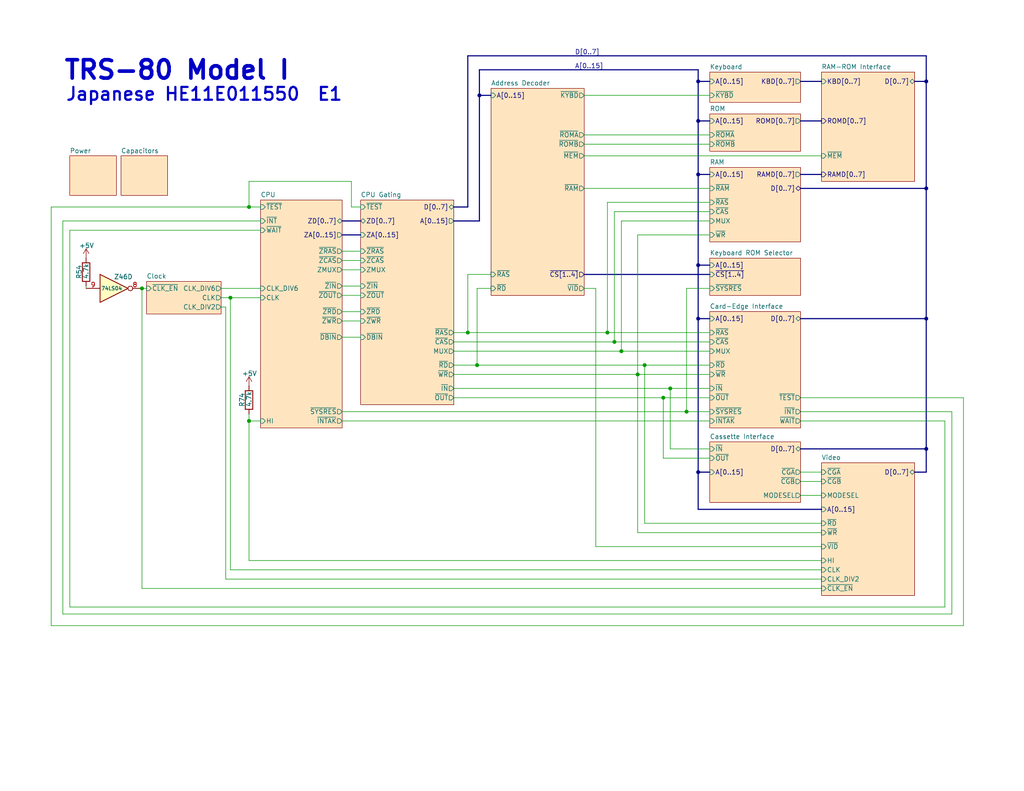
<source format=kicad_sch>
(kicad_sch (version 20250114) (generator "eeschema") (generator_version "9.0")
  (paper "USLetter")
  (title_block (title "TRS-80 Model I Rev HE11E011550") (date "2025-06-14") (rev "E1A") (company "RetroStack - Marcel Erz") (comment 2 "Full overview of the system") (comment 4 "System Overview"))
  (lib_symbols
    (symbol "74xx:74LS04"
      (property "Reference" "U" (at 0 1.27 0))
      (property "Value" "74LS04" (at 0 -1.27 0))
      (symbol "74LS04_1_0"
        (polyline (pts (xy -3.81 3.81) (xy -3.81 -3.81) (xy 3.81 0) (xy -3.81 3.81)) (stroke (width 0.254)) (fill (type background)))
        (pin input line (at -7.62 0 0) (length 3.81) (name "~") (number "1"))
        (pin output inverted (at 7.62 0 180) (length 3.81) (name "~") (number "2"))
      )
      (symbol "74LS04_2_0"
        (polyline (pts (xy -3.81 3.81) (xy -3.81 -3.81) (xy 3.81 0) (xy -3.81 3.81)) (stroke (width 0.254)) (fill (type background)))
        (pin input line (at -7.62 0 0) (length 3.81) (name "~") (number "3"))
        (pin output inverted (at 7.62 0 180) (length 3.81) (name "~") (number "4"))
      )
      (symbol "74LS04_3_0"
        (polyline (pts (xy -3.81 3.81) (xy -3.81 -3.81) (xy 3.81 0) (xy -3.81 3.81)) (stroke (width 0.254)) (fill (type background)))
        (pin input line (at -7.62 0 0) (length 3.81) (name "~") (number "5"))
        (pin output inverted (at 7.62 0 180) (length 3.81) (name "~") (number "6"))
      )
      (symbol "74LS04_4_0"
        (polyline (pts (xy -3.81 3.81) (xy -3.81 -3.81) (xy 3.81 0) (xy -3.81 3.81)) (stroke (width 0.254)) (fill (type background)))
        (pin input line (at -7.62 0 0) (length 3.81) (name "~") (number "9"))
        (pin output inverted (at 7.62 0 180) (length 3.81) (name "~") (number "8"))
      )
      (symbol "74LS04_5_0"
        (polyline (pts (xy -3.81 3.81) (xy -3.81 -3.81) (xy 3.81 0) (xy -3.81 3.81)) (stroke (width 0.254)) (fill (type background)))
        (pin input line (at -7.62 0 0) (length 3.81) (name "~") (number "11"))
        (pin output inverted (at 7.62 0 180) (length 3.81) (name "~") (number "10"))
      )
      (symbol "74LS04_6_0"
        (polyline (pts (xy -3.81 3.81) (xy -3.81 -3.81) (xy 3.81 0) (xy -3.81 3.81)) (stroke (width 0.254)) (fill (type background)))
        (pin input line (at -7.62 0 0) (length 3.81) (name "~") (number "13"))
        (pin output inverted (at 7.62 0 180) (length 3.81) (name "~") (number "12"))
      )
      (symbol "74LS04_7_0"
        (pin power_in line (at 0 12.7 270) (length 5.08) (name "VCC") (number "14"))
        (pin power_in line (at 0 -12.7 90) (length 5.08) (name "GND") (number "7"))
      )
      (symbol "74LS04_7_1"
        (rectangle (start -5.08 7.62) (end 5.08 -7.62) (stroke (width 0.254)) (fill (type background)))
      )
    )
    (symbol "Device:R" (pin_numbers (hide yes)) (pin_names (offset 0))
      (property "Reference" "R" (at 2.032 0 90))
      (property "Value" "R" (at 0 0 90))
      (symbol "R_0_1"
        (rectangle (start -1.016 -2.54) (end 1.016 2.54) (stroke (width 0.254)))
      )
      (symbol "R_1_1"
        (pin passive line (at 0 3.81 270) (length 1.27) (name "~") (number "1"))
        (pin passive line (at 0 -3.81 90) (length 1.27) (name "~") (number "2"))
      )
    )
    (symbol "power:+5V" (power) (pin_numbers (hide yes)) (pin_names (offset 0) (hide yes))
      (property "Value" "+5V" (at 0 3.556 0))
      (symbol "+5V_0_1"
        (polyline (pts (xy -0.762 1.27) (xy 0 2.54)))
        (polyline (pts (xy 0 2.54) (xy 0.762 1.27)))
        (polyline (pts (xy 0 0) (xy 0 2.54)))
      )
      (symbol "+5V_1_1"
        (pin power_in line (at 0 0 90) (length 0) (name "~") (number "1"))
      )
    )
  )
  (text "E1" (at 86.36 27.94 0) (effects (font (size 3.5 3.5) (thickness 0.6) (bold yes)) (justify left bottom)))
  (text "TRS-80 Model I" (at 17.145 22.225 0) (effects (font (size 5 5) (thickness 1) (bold yes)) (justify left bottom)))
  (text "Japanese HE11E011550" (at 17.78 27.94 0) (effects (font (size 3.5 3.5) (thickness 0.6) (bold yes)) (justify left bottom)))
  (junction (at 190.5 72.39))
  (junction (at 182.88 106.045))
  (junction (at 130.81 26.035))
  (junction (at 190.5 33.02))
  (junction (at 130.175 99.695))
  (junction (at 252.73 51.435))
  (junction (at 165.735 90.805))
  (junction (at 38.735 78.74))
  (junction (at 127.635 90.805))
  (junction (at 175.895 99.695))
  (junction (at 167.64 93.345))
  (junction (at 190.5 47.625))
  (junction (at 190.5 128.905))
  (junction (at 252.73 86.995))
  (junction (at 252.73 122.555))
  (junction (at 180.975 108.585))
  (junction (at 173.99 102.235))
  (junction (at 169.545 95.885))
  (junction (at 252.73 22.225))
  (junction (at 187.325 112.395))
  (junction (at 67.945 56.515))
  (junction (at 67.945 114.935))
  (junction (at 62.865 81.28))
  (junction (at 190.5 22.225))
  (junction (at 190.5 86.995))
  (wire (pts (xy 127.635 90.805) (xy 165.735 90.805)))
  (bus (pts (xy 159.385 74.93) (xy 193.675 74.93)))
  (wire (pts (xy 173.99 102.235) (xy 173.99 145.415)))
  (bus (pts (xy 123.825 56.515) (xy 127.635 56.515)))
  (wire (pts (xy 173.99 102.235) (xy 193.675 102.235)))
  (wire (pts (xy 127.635 74.93) (xy 133.985 74.93)))
  (wire (pts (xy 162.56 78.74) (xy 162.56 149.225)))
  (wire (pts (xy 40.005 78.74) (xy 38.735 78.74)))
  (wire (pts (xy 93.345 78.105) (xy 98.425 78.105)))
  (wire (pts (xy 257.81 114.935) (xy 257.81 165.735)))
  (bus (pts (xy 93.345 60.325) (xy 98.425 60.325)))
  (wire (pts (xy 180.975 125.095) (xy 180.975 108.585)))
  (bus (pts (xy 190.5 22.225) (xy 190.5 33.02)))
  (wire (pts (xy 67.945 114.935) (xy 71.12 114.935)))
  (wire (pts (xy 167.64 57.785) (xy 193.675 57.785)))
  (bus (pts (xy 127.635 15.24) (xy 127.635 56.515)))
  (wire (pts (xy 123.825 90.805) (xy 127.635 90.805)))
  (wire (pts (xy 93.345 73.66) (xy 98.425 73.66)))
  (wire (pts (xy 218.44 112.395) (xy 259.715 112.395)))
  (wire (pts (xy 95.885 56.515) (xy 98.425 56.515)))
  (bus (pts (xy 190.5 139.065) (xy 224.155 139.065)))
  (bus (pts (xy 252.73 86.995) (xy 252.73 122.555)))
  (wire (pts (xy 67.945 49.53) (xy 67.945 56.515)))
  (wire (pts (xy 93.345 80.645) (xy 98.425 80.645)))
  (wire (pts (xy 169.545 95.885) (xy 193.675 95.885)))
  (bus (pts (xy 218.44 86.995) (xy 252.73 86.995)))
  (bus (pts (xy 218.44 47.625) (xy 224.155 47.625)))
  (wire (pts (xy 95.885 56.515) (xy 95.885 49.53)))
  (wire (pts (xy 67.945 153.035) (xy 224.155 153.035)))
  (wire (pts (xy 17.145 167.64) (xy 17.145 60.325)))
  (bus (pts (xy 218.44 33.02) (xy 224.155 33.02)))
  (wire (pts (xy 38.735 78.74) (xy 38.735 160.655)))
  (wire (pts (xy 180.975 108.585) (xy 193.675 108.585)))
  (wire (pts (xy 159.385 36.83) (xy 193.675 36.83)))
  (bus (pts (xy 123.825 60.325) (xy 130.81 60.325)))
  (wire (pts (xy 224.155 160.655) (xy 38.735 160.655)))
  (bus (pts (xy 130.81 19.05) (xy 130.81 26.035)))
  (wire (pts (xy 175.895 99.695) (xy 175.895 142.875)))
  (bus (pts (xy 190.5 19.05) (xy 190.5 22.225)))
  (wire (pts (xy 180.975 125.095) (xy 193.675 125.095)))
  (wire (pts (xy 95.885 49.53) (xy 67.945 49.53)))
  (wire (pts (xy 123.825 106.045) (xy 182.88 106.045)))
  (bus (pts (xy 252.73 15.24) (xy 252.73 22.225)))
  (wire (pts (xy 173.99 64.135) (xy 193.675 64.135)))
  (bus (pts (xy 193.675 72.39) (xy 190.5 72.39)))
  (wire (pts (xy 162.56 149.225) (xy 224.155 149.225)))
  (bus (pts (xy 190.5 128.905) (xy 190.5 139.065)))
  (wire (pts (xy 123.825 108.585) (xy 180.975 108.585)))
  (wire (pts (xy 159.385 42.545) (xy 224.155 42.545)))
  (wire (pts (xy 130.175 99.695) (xy 175.895 99.695)))
  (wire (pts (xy 182.88 122.555) (xy 182.88 106.045)))
  (wire (pts (xy 175.895 99.695) (xy 193.675 99.695)))
  (wire (pts (xy 262.89 170.815) (xy 13.97 170.815)))
  (wire (pts (xy 169.545 60.325) (xy 193.675 60.325)))
  (wire (pts (xy 93.345 114.935) (xy 193.675 114.935)))
  (wire (pts (xy 169.545 60.325) (xy 169.545 95.885)))
  (wire (pts (xy 127.635 74.93) (xy 127.635 90.805)))
  (wire (pts (xy 60.325 81.28) (xy 62.865 81.28)))
  (wire (pts (xy 159.385 26.035) (xy 193.675 26.035)))
  (wire (pts (xy 167.64 57.785) (xy 167.64 93.345)))
  (wire (pts (xy 182.88 122.555) (xy 193.675 122.555)))
  (wire (pts (xy 187.325 78.74) (xy 187.325 112.395)))
  (bus (pts (xy 249.555 128.905) (xy 252.73 128.905)))
  (bus (pts (xy 93.345 64.135) (xy 98.425 64.135)))
  (bus (pts (xy 190.5 33.02) (xy 193.675 33.02)))
  (wire (pts (xy 218.44 128.905) (xy 224.155 128.905)))
  (bus (pts (xy 190.5 47.625) (xy 190.5 72.39)))
  (wire (pts (xy 175.895 142.875) (xy 224.155 142.875)))
  (wire (pts (xy 130.175 78.74) (xy 130.175 99.695)))
  (bus (pts (xy 190.5 47.625) (xy 193.675 47.625)))
  (wire (pts (xy 218.44 135.255) (xy 224.155 135.255)))
  (wire (pts (xy 17.145 60.325) (xy 71.12 60.325)))
  (bus (pts (xy 190.5 128.905) (xy 193.675 128.905)))
  (wire (pts (xy 167.64 93.345) (xy 193.675 93.345)))
  (wire (pts (xy 165.735 55.245) (xy 193.675 55.245)))
  (wire (pts (xy 67.945 114.935) (xy 67.945 153.035)))
  (wire (pts (xy 93.345 87.63) (xy 98.425 87.63)))
  (wire (pts (xy 259.715 167.64) (xy 17.145 167.64)))
  (wire (pts (xy 165.735 90.805) (xy 193.675 90.805)))
  (wire (pts (xy 60.325 78.74) (xy 71.12 78.74)))
  (wire (pts (xy 224.155 155.575) (xy 62.865 155.575)))
  (bus (pts (xy 127.635 15.24) (xy 252.73 15.24)))
  (bus (pts (xy 130.81 26.035) (xy 133.985 26.035)))
  (wire (pts (xy 259.715 112.395) (xy 259.715 167.64)))
  (wire (pts (xy 67.945 114.935) (xy 67.945 113.03)))
  (wire (pts (xy 67.945 56.515) (xy 71.12 56.515)))
  (wire (pts (xy 123.825 93.345) (xy 167.64 93.345)))
  (wire (pts (xy 23.495 78.74) (xy 23.495 78.105)))
  (wire (pts (xy 93.345 112.395) (xy 187.325 112.395)))
  (bus (pts (xy 249.555 22.225) (xy 252.73 22.225)))
  (bus (pts (xy 130.81 19.05) (xy 190.5 19.05)))
  (bus (pts (xy 190.5 86.995) (xy 190.5 128.905)))
  (bus (pts (xy 130.81 26.035) (xy 130.81 60.325)))
  (wire (pts (xy 62.865 81.28) (xy 62.865 155.575)))
  (bus (pts (xy 190.5 86.995) (xy 193.675 86.995)))
  (bus (pts (xy 252.73 51.435) (xy 252.73 86.995)))
  (wire (pts (xy 93.345 71.12) (xy 98.425 71.12)))
  (wire (pts (xy 159.385 51.435) (xy 193.675 51.435)))
  (wire (pts (xy 93.345 68.58) (xy 98.425 68.58)))
  (wire (pts (xy 62.865 81.28) (xy 71.12 81.28)))
  (wire (pts (xy 123.825 102.235) (xy 173.99 102.235)))
  (bus (pts (xy 190.5 72.39) (xy 190.5 86.995)))
  (wire (pts (xy 173.99 145.415) (xy 224.155 145.415)))
  (bus (pts (xy 252.73 122.555) (xy 252.73 128.905)))
  (wire (pts (xy 93.345 85.09) (xy 98.425 85.09)))
  (wire (pts (xy 123.825 99.695) (xy 130.175 99.695)))
  (bus (pts (xy 218.44 22.225) (xy 224.155 22.225)))
  (wire (pts (xy 182.88 106.045) (xy 193.675 106.045)))
  (wire (pts (xy 257.81 165.735) (xy 19.05 165.735)))
  (wire (pts (xy 187.325 78.74) (xy 193.675 78.74)))
  (bus (pts (xy 218.44 122.555) (xy 252.73 122.555)))
  (wire (pts (xy 19.05 165.735) (xy 19.05 62.865)))
  (wire (pts (xy 262.89 108.585) (xy 262.89 170.815)))
  (wire (pts (xy 13.97 56.515) (xy 67.945 56.515)))
  (wire (pts (xy 159.385 39.37) (xy 193.675 39.37)))
  (wire (pts (xy 165.735 55.245) (xy 165.735 90.805)))
  (wire (pts (xy 218.44 131.445) (xy 224.155 131.445)))
  (bus (pts (xy 252.73 22.225) (xy 252.73 51.435)))
  (wire (pts (xy 13.97 170.815) (xy 13.97 56.515)))
  (wire (pts (xy 61.595 83.82) (xy 61.595 158.115)))
  (bus (pts (xy 190.5 33.02) (xy 190.5 47.625)))
  (wire (pts (xy 218.44 114.935) (xy 257.81 114.935)))
  (wire (pts (xy 187.325 112.395) (xy 193.675 112.395)))
  (wire (pts (xy 123.825 95.885) (xy 169.545 95.885)))
  (wire (pts (xy 61.595 158.115) (xy 224.155 158.115)))
  (wire (pts (xy 173.99 64.135) (xy 173.99 102.235)))
  (wire (pts (xy 159.385 78.74) (xy 162.56 78.74)))
  (bus (pts (xy 190.5 22.225) (xy 193.675 22.225)))
  (wire (pts (xy 130.175 78.74) (xy 133.985 78.74)))
  (wire (pts (xy 93.345 92.075) (xy 98.425 92.075)))
  (wire (pts (xy 218.44 108.585) (xy 262.89 108.585)))
  (bus (pts (xy 218.44 51.435) (xy 252.73 51.435)))
  (wire (pts (xy 61.595 83.82) (xy 60.325 83.82)))
  (wire (pts (xy 19.05 62.865) (xy 71.12 62.865)))
  (label "A[0..15]" (at 156.845 19.05 0))
  (label "D[0..7]" (at 156.845 15.24 0))
  (symbol (lib_id "power:+5V") (at 67.945 105.41 0) (unit 1)
    (property "Reference" "#PWR04" (effects (hide yes)))
    (property "Value" "+5V" (at 68.072 101.981 0))
    (property "Description" "Power symbol creates a global label with name \"+5V\"" (effects (hide yes)))
  )
  (symbol (lib_id "Device:R") (at 23.495 74.295 0) (unit 1)
    (property "Reference" "R54" (at 21.59 76.2 90) (effects (justify left)))
    (property "Value" "4.7k" (at 23.495 76.2 90) (effects (justify left)))
    (property "Footprint" "Library:TRS80_Model_I_R_0.25W_Jap" (effects (hide yes)))
    (property "Description" "Resistor" (effects (hide yes)))
  )
  (symbol (lib_id "power:+5V") (at 23.495 70.485 0) (unit 1)
    (property "Reference" "#PWR03" (effects (hide yes)))
    (property "Value" "+5V" (at 23.622 67.056 0))
    (property "Description" "Power symbol creates a global label with name \"+5V\"" (effects (hide yes)))
  )
  (symbol (lib_id "Device:R") (at 67.945 109.22 0) (unit 1)
    (property "Reference" "R74" (at 66.04 111.125 90) (effects (justify left)))
    (property "Value" "4.7k" (at 67.945 111.125 90) (effects (justify left)))
    (property "Footprint" "Library:TRS80_Model_I_R_0.25W_Jap" (effects (hide yes)))
  )
  (symbol (lib_id "74xx:74LS04") (at 31.115 78.74 0) (unit 4)
    (property "Reference" "Z46" (at 33.655 75.565 0))
    (property "Value" "74LS04" (at 30.48 78.74 0) (effects (font (size 1 1))))
    (property "Footprint" "Library:TRS80_Model_I_DIP14_Jap" (effects (hide yes)))
    (property "Datasheet" "http://www.ti.com/lit/gpn/sn74LS04" (effects (hide yes)))
    (property "Description" "Hex Inverter" (effects (hide yes)))
  )
  (sheet (at 71.12 54.61) (size 22.225 62.23) (stroke (width 0.1524)) (fill (color 255 229 191 1.0000))
    (property "Sheetname" "CPU" (at 71.12 53.8984 0) (effects (justify left bottom)))
    (property "Sheetfile" "CPU.kicad_sch" (effects (hide yes)))
    (pin "~{INT}" input (at 71.12 60.325 180))
    (pin "~{TEST}" input (at 71.12 56.515 180))
    (pin "~{INTAK}" output (at 93.345 114.935 0))
    (pin "HI" input (at 71.12 114.935 180))
    (pin "ZMUX" output (at 93.345 73.66 0))
    (pin "~{ZCAS}" output (at 93.345 71.12 0))
    (pin "ZD[0..7]" bidirectional (at 93.345 60.325 0))
    (pin "CLK" input (at 71.12 81.28 180))
    (pin "~{SYSRES}" output (at 93.345 112.395 0))
    (pin "ZA[0..15]" output (at 93.345 64.135 0))
    (pin "~{WAIT}" input (at 71.12 62.865 180))
    (pin "~{DBIN}" output (at 93.345 92.075 0))
    (pin "~{ZOUT}" output (at 93.345 80.645 0))
    (pin "~{ZWR}" output (at 93.345 87.63 0))
    (pin "~{ZRD}" output (at 93.345 85.09 0))
    (pin "~{ZIN}" output (at 93.345 78.105 0))
    (pin "~{ZRAS}" output (at 93.345 68.58 0))
    (pin "CLK_DIV6" input (at 71.12 78.74 180))
  )
  (sheet (at 224.155 126.365) (size 25.4 36.195) (stroke (width 0.1524)) (fill (color 255 229 191 1.0000))
    (property "Sheetname" "Video" (at 224.155 125.6534 0) (effects (justify left bottom)))
    (property "Sheetfile" "Video.kicad_sch" (effects (hide yes)))
    (pin "A[0..15]" input (at 224.155 139.065 180))
    (pin "MODESEL" input (at 224.155 135.255 180))
    (pin "HI" input (at 224.155 153.035 180))
    (pin "~{CLK_EN}" input (at 224.155 160.655 180))
    (pin "CLK" input (at 224.155 155.575 180))
    (pin "~{RD}" input (at 224.155 142.875 180))
    (pin "~{VID}" input (at 224.155 149.225 180))
    (pin "~{WR}" input (at 224.155 145.415 180))
    (pin "D[0..7]" bidirectional (at 249.555 128.905 0))
    (pin "~{CGB}" input (at 224.155 131.445 180))
    (pin "~{CGA}" input (at 224.155 128.905 180))
    (pin "CLK_DIV2" input (at 224.155 158.115 180))
  )
  (sheet (at 40.005 76.835) (size 20.32 8.89) (stroke (width 0.1524)) (fill (color 255 229 191 1.0000))
    (property "Sheetname" "Clock" (at 40.005 76.1234 0) (effects (justify left bottom)))
    (property "Sheetfile" "Clock.kicad_sch" (effects (hide yes)))
    (pin "CLK" output (at 60.325 81.28 0))
    (pin "CLK_DIV6" output (at 60.325 78.74 0))
    (pin "CLK_DIV2" output (at 60.325 83.82 0))
    (pin "~{CLK_EN}" input (at 40.005 78.74 180))
  )
  (sheet (at 193.675 70.485) (size 24.765 10.16) (stroke (width 0.1524)) (fill (color 255 229 191 1.0000))
    (property "Sheetname" "Keyboard ROM Selector" (at 193.675 69.7734 0) (effects (justify left bottom)))
    (property "Sheetfile" "KeyboardROMSelector.kicad_sch" (effects (hide yes)))
    (pin "A[0..15]" input (at 193.675 72.39 180))
    (pin "~{CS[1..4]}" input (at 193.675 74.93 180))
    (pin "~{SYSRES}" input (at 193.675 78.74 180))
  )
  (sheet (at 193.675 45.72) (size 24.765 20.32) (stroke (width 0.1524)) (fill (color 255 229 191 1.0000))
    (property "Sheetname" "RAM" (at 193.675 45.0084 0) (effects (justify left bottom)))
    (property "Sheetfile" "RAM.kicad_sch" (effects (hide yes)))
    (pin "~{WR}" input (at 193.675 64.135 180))
    (pin "~{RAM}" input (at 193.675 51.435 180))
    (pin "D[0..7]" bidirectional (at 218.44 51.435 0))
    (pin "A[0..15]" input (at 193.675 47.625 180))
    (pin "~{CAS}" input (at 193.675 57.785 180))
    (pin "MUX" input (at 193.675 60.325 180))
    (pin "~{RAS}" input (at 193.675 55.245 180))
    (pin "RAMD[0..7]" output (at 218.44 47.625 0))
  )
  (sheet (at 193.675 120.65) (size 24.765 16.51) (stroke (width 0.1524)) (fill (color 255 229 191 1.0000))
    (property "Sheetname" "Cassette Interface" (at 193.675 119.9384 0) (effects (justify left bottom)))
    (property "Sheetfile" "Cassette.kicad_sch" (effects (hide yes)))
    (pin "A[0..15]" input (at 193.675 128.905 180))
    (pin "~{OUT}" input (at 193.675 125.095 180))
    (pin "~{IN}" input (at 193.675 122.555 180))
    (pin "D[0..7]" bidirectional (at 218.44 122.555 0))
    (pin "MODESEL" output (at 218.44 135.255 0))
    (pin "~{CGA}" output (at 218.44 128.905 0))
    (pin "~{CGB}" output (at 218.44 131.445 0))
  )
  (sheet (at 224.155 19.685) (size 25.4 29.845) (stroke (width 0.1524)) (fill (color 255 229 191 1.0000))
    (property "Sheetname" "RAM-ROM Interface" (at 224.155 18.9734 0) (effects (justify left bottom)))
    (property "Sheetfile" "RAM_ROM_Interface.kicad_sch" (effects (hide yes)))
    (pin "D[0..7]" bidirectional (at 249.555 22.225 0))
    (pin "ROMD[0..7]" input (at 224.155 33.02 180))
    (pin "~{MEM}" input (at 224.155 42.545 180))
    (pin "RAMD[0..7]" input (at 224.155 47.625 180))
    (pin "KBD[0..7]" input (at 224.155 22.225 180))
  )
  (sheet (at 193.675 31.115) (size 24.765 10.16) (stroke (width 0.1524)) (fill (color 255 229 191 1.0000))
    (property "Sheetname" "ROM" (at 193.675 30.4034 0) (effects (justify left bottom)))
    (property "Sheetfile" "ROM.kicad_sch" (effects (hide yes)))
    (pin "ROMD[0..7]" output (at 218.44 33.02 0))
    (pin "~{ROMA}" input (at 193.675 36.83 180))
    (pin "A[0..15]" input (at 193.675 33.02 180))
    (pin "~{ROMB}" input (at 193.675 39.37 180))
  )
  (sheet (at 33.02 42.545) (size 12.7 10.795) (stroke (width 0.1524)) (fill (color 255 229 191 1.0000))
    (property "Sheetname" "Capacitors" (at 33.02 41.91 0) (effects (justify left bottom)))
    (property "Sheetfile" "Capacitors.kicad_sch" (effects (hide yes)))
  )
  (sheet (at 133.985 24.13) (size 25.4 56.515) (stroke (width 0.1524)) (fill (color 255 229 191 1.0000))
    (property "Sheetname" "Address Decoder" (at 133.985 23.4184 0) (effects (justify left bottom)))
    (property "Sheetfile" "AddressDecoder.kicad_sch" (effects (hide yes)))
    (pin "~{VID}" output (at 159.385 78.74 0))
    (pin "~{KYBD}" output (at 159.385 26.035 0))
    (pin "~{ROMB}" output (at 159.385 39.37 0))
    (pin "~{RAM}" output (at 159.385 51.435 0))
    (pin "~{MEM}" output (at 159.385 42.545 0))
    (pin "~{RD}" input (at 133.985 78.74 180))
    (pin "~{RAS}" input (at 133.985 74.93 180))
    (pin "~{ROMA}" output (at 159.385 36.83 0))
    (pin "A[0..15]" input (at 133.985 26.035 180))
    (pin "~{CS[1..4]}" output (at 159.385 74.93 0))
  )
  (sheet (at 193.675 19.685) (size 24.765 8.255) (stroke (width 0.1524)) (fill (color 255 229 191 1.0000))
    (property "Sheetname" "Keyboard" (at 193.675 18.9734 0) (effects (justify left bottom)))
    (property "Sheetfile" "Keyboard.kicad_sch" (effects (hide yes)))
    (pin "~{KYBD}" input (at 193.675 26.035 180))
    (pin "KBD[0..7]" output (at 218.44 22.225 0))
    (pin "A[0..15]" input (at 193.675 22.225 180))
  )
  (sheet (at 193.675 85.09) (size 24.765 31.75) (stroke (width 0.1524)) (fill (color 255 229 191 1.0000))
    (property "Sheetname" "Card-Edge Interface" (at 193.675 84.3784 0) (effects (justify left bottom)))
    (property "Sheetfile" "CardEdgeInterface.kicad_sch" (effects (hide yes)))
    (pin "~{RAS}" input (at 193.675 90.805 180))
    (pin "~{CAS}" input (at 193.675 93.345 180))
    (pin "~{SYSRES}" input (at 193.675 112.395 180))
    (pin "~{INTAK}" input (at 193.675 114.935 180))
    (pin "~{OUT}" input (at 193.675 108.585 180))
    (pin "MUX" input (at 193.675 95.885 180))
    (pin "~{RD}" input (at 193.675 99.695 180))
    (pin "~{WR}" input (at 193.675 102.235 180))
    (pin "A[0..15]" input (at 193.675 86.995 180))
    (pin "D[0..7]" bidirectional (at 218.44 86.995 0))
    (pin "~{IN}" input (at 193.675 106.045 180))
    (pin "~{WAIT}" output (at 218.44 114.935 0))
    (pin "~{INT}" output (at 218.44 112.395 0))
    (pin "~{TEST}" output (at 218.44 108.585 0))
  )
  (sheet (at 98.425 54.61) (size 25.4 55.88) (stroke (width 0.1524)) (fill (color 255 229 191 1.0000))
    (property "Sheetname" "CPU Gating" (at 98.425 53.8984 0) (effects (justify left bottom)))
    (property "Sheetfile" "CPUGating.kicad_sch" (effects (hide yes)))
    (pin "ZA[0..15]" input (at 98.425 64.135 180))
    (pin "~{TEST}" input (at 98.425 56.515 180))
    (pin "A[0..15]" output (at 123.825 60.325 0))
    (pin "~{RD}" output (at 123.825 99.695 0))
    (pin "~{WR}" output (at 123.825 102.235 0))
    (pin "~{ZRD}" input (at 98.425 85.09 180))
    (pin "~{ZWR}" input (at 98.425 87.63 180))
    (pin "~{ZCAS}" input (at 98.425 71.12 180))
    (pin "ZMUX" input (at 98.425 73.66 180))
    (pin "~{IN}" output (at 123.825 106.045 0))
    (pin "~{ZIN}" input (at 98.425 78.105 180))
    (pin "~{OUT}" output (at 123.825 108.585 0))
    (pin "~{ZOUT}" input (at 98.425 80.645 180))
    (pin "MUX" output (at 123.825 95.885 0))
    (pin "~{CAS}" output (at 123.825 93.345 0))
    (pin "ZD[0..7]" bidirectional (at 98.425 60.325 180))
    (pin "~{DBIN}" input (at 98.425 92.075 180))
    (pin "D[0..7]" bidirectional (at 123.825 56.515 0))
    (pin "~{ZRAS}" input (at 98.425 68.58 180))
    (pin "~{RAS}" output (at 123.825 90.805 0))
  )
  (sheet (at 19.05 42.545) (size 12.7 10.795) (stroke (width 0.1524)) (fill (color 255 229 191 1.0000))
    (property "Sheetname" "Power" (at 19.05 41.91 0) (effects (justify left bottom)))
    (property "Sheetfile" "Power.kicad_sch" (effects (hide yes)))
  )
)
</source>
